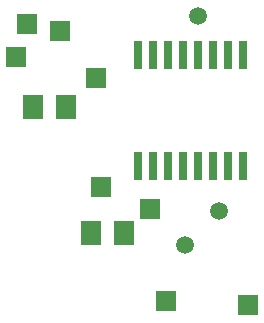
<source format=gts>
%FSLAX43Y43*%
%MOMM*%
G71*
G01*
G75*
%ADD10R,1.600X1.800*%
%ADD11R,0.600X2.150*%
%ADD12C,0.600*%
%ADD13R,1.500X1.500*%
%ADD14C,1.300*%
%ADD15R,1.803X2.003*%
%ADD16R,0.803X2.353*%
%ADD17R,1.703X1.703*%
%ADD18C,1.503*%
D15*
X19975Y39975D02*
D03*
X22775D02*
D03*
X17825Y50600D02*
D03*
X15025D02*
D03*
D16*
X32845Y54975D02*
D03*
X31575D02*
D03*
X30305D02*
D03*
X29035D02*
D03*
X27765D02*
D03*
X26495D02*
D03*
X25225D02*
D03*
X23955D02*
D03*
X32845Y45575D02*
D03*
X31575D02*
D03*
X30305D02*
D03*
X29035D02*
D03*
X27765D02*
D03*
X26495D02*
D03*
X25225D02*
D03*
X23955D02*
D03*
D17*
X26279Y34196D02*
D03*
X20375Y53024D02*
D03*
X33225Y33825D02*
D03*
X20800Y43825D02*
D03*
X17325Y57050D02*
D03*
X14550Y57675D02*
D03*
X24950Y41950D02*
D03*
X13650Y54850D02*
D03*
D18*
X29000Y58300D02*
D03*
X30825Y41775D02*
D03*
X27925Y38900D02*
D03*
M02*

</source>
